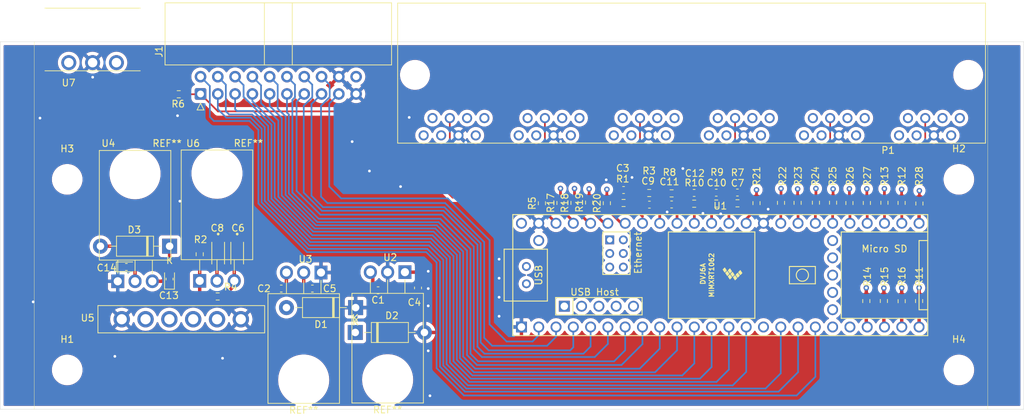
<source format=kicad_pcb>
(kicad_pcb (version 20211014) (generator pcbnew)
  (title_block (date "2021-07-27") (rev "v01") (comment 1 "JQI") (comment 2 "dbowman3@terpmail.umd.edu") (comment 3 "Deven Bowman") (comment 4 "Teensy 4.1 Board"))
  (layers (0 "F.Cu" signal) (1 "In1.Cu" signal) (2 "In2.Cu" signal) (31 "B.Cu" signal) (34 "B.Paste" user) (35 "F.Paste" user) (36 "B.SilkS" user "B.Silkscreen") (37 "F.SilkS" user "F.Silkscreen") (38 "B.Mask" user) (39 "F.Mask" user) (44 "Edge.Cuts" user))
  (net 0 "")
  (net 1 "V+")
  (net 2 "GND")
  (net 3 "V-")
  (net 4 "Vbias")
  (net 5 "Vin+")
  (net 6 "Vin-")
  (net 7 "Vinbias")
  (net 8 "Vout_1")
  (net 10 "Vout_2")
  (net 11 "Vout_3")
  (net 12 "Vout_6")
  (net 13 "Vout_5")
  (net 14 "Vout_4")
  (net 15 "Net-(R2-Pad2)")
  (net 16 "D1")
  (net 17 "D2")
  (net 18 "D3")
  (net 19 "D4")
  (net 20 "D5")
  (net 21 "D6")
  (net 22 "D7")
  (net 23 "D8")
  (net 24 "D9")
  (net 25 "D10")
  (net 26 "D11")
  (net 27 "D12")
  (net 28 "D13")
  (net 29 "D14")
  (net 30 "D15")
  (net 31 "D16")
  (net 32 "D17")
  (net 33 "-12V")
  (net 34 "C0")
  (net 35 "C1")
  (net 36 "C2")
  (net 37 "Net-(R11-Pad1)")
  (net 38 "Net-(R12-Pad1)")
  (net 39 "Net-(R13-Pad1)")
  (net 40 "Net-(R5-Pad1)")
  (net 41 "12V")
  (net 42 "C17")
  (net 43 "C16")
  (net 44 "C15")
  (net 45 "C12")
  (net 46 "C14")
  (net 47 "C13")
  (net 48 "C9")
  (net 49 "C11")
  (net 50 "C10")
  (net 51 "C7")
  (net 52 "C8")
  (net 53 "C6")
  (net 54 "C3")
  (net 55 "C4")
  (net 56 "C5")
  (net 57 "Net-(R14-Pad1)")
  (net 58 "Net-(R15-Pad1)")
  (net 59 "Net-(R16-Pad1)")
  (net 60 "Net-(R17-Pad1)")
  (net 61 "Net-(R18-Pad1)")
  (net 62 "Net-(R19-Pad1)")
  (net 63 "Net-(R20-Pad1)")
  (net 64 "Net-(R21-Pad1)")
  (net 65 "Net-(R22-Pad1)")
  (net 66 "Net-(R23-Pad1)")
  (net 67 "Net-(R24-Pad1)")
  (net 68 "Net-(R25-Pad1)")
  (net 69 "Net-(R26-Pad1)")
  (net 70 "Net-(R27-Pad1)")
  (net 71 "Net-(R28-Pad1)")
  (footprint "Resistor_SMD:R_0603_1608Metric" (layer "F.Cu") (at 140.3858 85.4964 180)
    (fp_text reference "R6")
    (fp_text value "10K")
  )
  (footprint "Resistor_SMD:R_0603_1608Metric" (layer "F.Cu") (at 222.474 101.518)
    (fp_text reference "R7")
    (fp_text value "230")
  )
  (footprint "Resistor_SMD:R_0603_1608Metric" (layer "F.Cu") (at 209.506 100.008)
    (fp_text reference "R3")
    (fp_text value "230")
  )
  (footprint "Capacitor_SMD:C_0603_1608Metric" (layer "F.Cu") (at 216.104 99.988)
    (fp_text reference "C12")
    (fp_text value "0.1uF")
  )
  (footprint "Capacitor_SMD:C_0603_1608Metric" (layer "F.Cu") (at 212.798 101.688 180)
    (fp_text reference "C11")
    (fp_text value "0.1uF")
  )
  (footprint "Capacitor_SMD:C_0603_1608Metric" (layer "F.Cu") (at 219.356 99.958 180)
    (fp_text reference "C10")
    (fp_text value "0.1uF")
  )
  (footprint "Capacitor_SMD:C_0603_1608Metric" (layer "F.Cu") (at 209.536 101.718 180)
    (fp_text reference "C9")
    (fp_text value "0.1uF")
  )
  (footprint "Capacitor_SMD:C_0603_1608Metric" (layer "F.Cu") (at 222.464 99.938 180)
    (fp_text reference "C7")
    (fp_text value "0.1uF")
  )
  (footprint "Capacitor_SMD:C_0603_1608Metric" (layer "F.Cu") (at 205.74 99.568)
    (fp_text reference "C3")
    (fp_text value "0.1uF")
  )
  (footprint "Resistor_SMD:R_0603_1608Metric" (layer "F.Cu") (at 216.114 101.578 180)
    (fp_text reference "R10")
    (fp_text value "230")
  )
  (footprint "Resistor_SMD:R_0603_1608Metric" (layer "F.Cu") (at 219.356 101.558)
    (fp_text reference "R9")
    (fp_text value "230")
  )
  (footprint "Capacitor_Tantalum_SMD:CPol_0603_1608Metric" (layer "F.Cu") (at 139.042 112.646 90)
    (fp_text reference "C13")
    (fp_text value "1 uF")
  )
  (footprint "Capacitor_Tantalum_SMD:CPol_0603_1608Metric" (layer "F.Cu") (at 132.692 110.868)
    (fp_text reference "C14")
    (fp_text value "2.2uF")
  )
  (footprint "Connector_IDC:IDC-Header_2x10_P2.54mm_Horizontal" (layer "F.Cu") (at 143.5862 85.4535 90)
    (fp_text reference "J1")
    (fp_text value "SBH11-PBPC-D10-RA-BK")
  )
  (footprint "Diode_THT:D_DO-41_SOD81_P10.16mm_Horizontal" (layer "F.Cu") (at 139.042 107.82 180)
    (fp_text reference "D3")
    (fp_text value "1N4001")
  )
  (footprint "EBSA-03-A:EBSA-03-A" (layer "F.Cu") (at 127.73 80.85)
    (fp_text reference "U7")
    (fp_text value "EBSA-03-A")
  )
  (footprint "MountingHole:MountingHole_3.5mm" (layer "F.Cu") (at 124 126)
    (fp_text reference "H1")
    (fp_text value "MountingHole")
  )
  (footprint "MountingHole:MountingHole_3.5mm" (layer "F.Cu") (at 255 98)
    (fp_text reference "H2")
    (fp_text value "MountingHole")
  )
  (footprint "MountingHole:MountingHole_3.5mm" (layer "F.Cu") (at 124 98)
    (fp_text reference "H3")
    (fp_text value "MountingHole")
  )
  (footprint "MountingHole:MountingHole_3.5mm" (layer "F.Cu") (at 255 126)
    (fp_text reference "H4")
    (fp_text value "MountingHole")
  )
  (footprint "6Pos 3.5mmPitch:6Pos 3.5mmPitch" (layer "F.Cu") (at 140.76 118.55)
    (fp_text reference "U5")
    (fp_text value "6Pos3.5mmPitch")
  )
  (footprint "teensy:Teensy41" (layer "F.Cu") (at 219.944 112.07)
    (fp_text reference "U1")
    (fp_text value "Teensy4.1")
  )
  (footprint "TO-220F-3_UnderBoardMount:TO-220F-3_UnderBoardMount" (layer "F.Cu") (at 159.512 121.158 180)
    (fp_text reference "U3")
    (fp_text value "L7905")
  )
  (footprint "TO-220F-3_UnderBoardMount:TO-220F-3_UnderBoardMount" (layer "F.Cu") (at 133.2 103.502)
    (fp_text reference "U4")
    (fp_text value "LM7912_TO220")
  )
  (footprint "TO-220F-3_UnderBoardMount:TO-220F-3_UnderBoardMount" (layer "F.Cu") (at 145.236 103.438)
    (fp_text reference "U6")
    (fp_text value "LM337_TO220")
  )
  (footprint "Resistor_SMD:R_0603_1608Metric" (layer "F.Cu") (at 193.74 101.51 90)
    (fp_text reference "R5")
    (fp_text value "10K")
  )
  (footprint "Resistor_SMD:R_0603_1608Metric" (layer "F.Cu") (at 205.74 101.47 180)
    (fp_text reference "R1")
    (fp_text value "230")
  )
  (footprint "5558501-1 Connector:5558501-1" (layer "F.Cu") (at 258.91 92.68 180)
    (fp_text reference "P1")
    (fp_text value "5558501-1")
  )
  (footprint "Diode_THT:D_DO-41_SOD81_P10.16mm_Horizontal" (layer "F.Cu") (at 166.32 120.494)
    (fp_text reference "D2")
    (fp_text value "1N4001")
  )
  (footprint "Capacitor_SMD:C_0603_1608Metric" (layer "F.Cu") (at 169.672 114.3 180)
    (fp_text reference "C1")
    (fp_text value "0.1uF")
  )
  (footprint "Capacitor_SMD:C_0603_1608Metric" (layer "F.Cu") (at 155.448 114.046 180)
    (fp_text reference "C2")
    (fp_text value "1uF")
  )
  (footprint "Capacitor_SMD:C_0603_1608Metric" (layer "F.Cu") (at 160.02 114.046)
    (fp_text reference "C5")
    (fp_text value "2.2uF")
  )
  (footprint "Resistor_SMD:R_0603_1608Metric" (layer "F.Cu") (at 146.10842 115.20678)
    (fp_text reference "R4")
    (fp_text value "120")
  )
  (footprint "Resistor_SMD:R_0603_1608Metric" (layer "F.Cu") (at 143.46682 109.00156 -90)
    (fp_text reference "R2")
    (fp_text value "360")
  )
  (footprint "T491A105K020AT:CAPMP3216X180N" (layer "F.Cu") (at 146.178 108.836 -90)
    (fp_text reference "C8")
    (fp_text value "T491A105K020AT")
  )
  (footprint "T491A105K020AT:CAPMP3216X180N" (layer "F.Cu") (at 148.972 108.836 -90)
    (fp_text reference "C6")
    (fp_text value "T491A105K020AT")
  )
  (footprint "Resistor_SMD:R_0603_1608Metric" (layer "F.Cu") (at 241.4 115.88 90)
    (fp_text reference "R14")
    (fp_text value "200")
  )
  (footprint "Resistor_SMD:R_0603_1608Metric" (layer "F.Cu") (at 243.98 115.87 90)
    (fp_text reference "R15")
    (fp_text value "200")
  )
  (footprint "Resistor_SMD:R_0603_1608Metric" (layer "F.Cu") (at 246.6 115.9 90)
    (fp_text reference "R16")
    (fp_text value "200")
  )
  (footprint "Resistor_SMD:R_0603_1608Metric" (layer "F.Cu") (at 196.47 101.47 90)
    (fp_text reference "R17")
    (fp_text value "200")
  )
  (footprint "Resistor_SMD:R_0603_1608Metric" (layer "F.Cu") (at 198.53 101.46 90)
    (fp_text reference "R18")
    (fp_text value "200")
  )
  (footprint "Resistor_SMD:R_0603_1608Metric" (layer "F.Cu") (at 200.68 101.41 90)
    (fp_text reference "R19")
    (fp_text value "200")
  )
  (footprint "Resistor_SMD:R_0603_1608Metric" (layer "F.Cu") (at 225.27 101.49 90)
    (fp_text reference "R21")
    (fp_text value "200")
  )
  (footprint "Resistor_SMD:R_0603_1608Metric" (layer "F.Cu") (at 228.87 101.45 90)
    (fp_text reference "R22")
    (fp_text value "200")
  )
  (footprint "Resistor_SMD:R_0603_1608Metric" (layer "F.Cu") (at 231.31 101.45 90)
    (fp_text reference "R23")
    (fp_text value "200")
  )
  (footprint "Resistor_SMD:R_0603_1608Metric" (layer "F.Cu") (at 234 101.43 90)
    (fp_text reference "R24")
    (fp_text value "200")
  )
  (footprint "Resistor_SMD:R_0603_1608Metric" (layer "F.Cu") (at 236.52 101.43 90)
    (fp_text reference "R25")
    (fp_text value "200")
  )
  (footprint "Resistor_SMD:R_0603_1608Metric" (layer "F.Cu") (at 238.92 101.48 90)
    (fp_text reference "R26")
    (fp_text value "200")
  )
  (footprint "Resistor_SMD:R_0603_1608Metric" (layer "F.Cu") (at 241.48 101.47 90)
    (fp_text reference "R27")
    (fp_text value "200")
  )
  (footprint "Resistor_SMD:R_0603_1608Metric" (layer "F.Cu") (at 249.2 101.55 90)
    (fp_text reference "R28")
    (fp_text value "200")
  )
  (footprint "Resistor_SMD:R_0603_1608Metric" (layer "F.Cu") (at 203.28 101.5 90)
    (fp_text reference "R20")
    (fp_text value "200")
  )
  (footprint "Resistor_SMD:R_0603_1608Metric" (layer "F.Cu") (at 246.59 101.46 90)
    (fp_text reference "R12")
    (fp_text value "200")
  )
  (footprint "Resistor_SMD:R_0603_1608Metric" (layer "F.Cu") (at 244.06 101.44 90)
    (fp_text reference "R13")
    (fp_text value "200")
  )
  (footprint "Resistor_SMD:R_0603_1608Metric" (layer "F.Cu") (at 249.16 115.88 90)
    (fp_text reference "R11")
    (fp_text value "200")
  )
  (footprint "Capacitor_SMD:C_0603_1608Metric" (layer "F.Cu") (at 175.542 113.95 90)
    (fp_text reference "C4")
    (fp_text value "0.33uF")
  )
  (footprint "Resistor_SMD:R_0603_1608Metric" (layer "F.Cu") (at 212.798 100.058)
    (fp_text reference "R8")
    (fp_text value "230")
  )
  (footprint "Diode_THT:D_DO-41_SOD81_P10.16mm_Horizontal" (layer "F.Cu") (at 166.37 116.84 180)
    (fp_text reference "D1")
    (fp_text value "1N4001")
  )
  (footprint "TO-220F-3_UnderBoardMount:TO-220F-3_UnderBoardMount" (layer "F.Cu") (at 171.844 121.106 180)
    (fp_text reference "U2")
    (fp_text value "L7805")
  )
  (gr_line (start 259.23 77.78) (end 259.23 131.78) (layer "F.SilkS") (width 0.05))
  (gr_line (start 119.15 131.78) (end 119.15 77.78) (layer "F.SilkS") (width 0.05))
  (gr_line (start 264.55 77.78) (end 264.55 131.78) (layer "Edge.Cuts") (width 0.05))
  (gr_line (start 114.15 131.78) (end 114.15 77.78) (layer "Edge.Cuts") (width 0.05))
  (gr_line (start 114.15 77.78) (end 264.55 77.78) (layer "Edge.Cuts") (width 0.05))
  (gr_line (start 264.55 131.78) (end 114.15 131.78) (layer "Edge.Cuts") (width 0.05))
  (segment (start 168.897 111.99442) (end 168.53692 111.63434) (width 0.5) (layer "F.Cu") (net 1))
  (segment (start 168.897 114.3) (end 168.897 111.99442) (width 0.5) (layer "F.Cu") (net 1))
  (via (at 120 89) (size 0.8) (drill 0.4) (layers "F.Cu" "B.Cu") (net 2))
  (via (at 174.244 88.9) (size 0.8) (drill 0.4) (layers "F.Cu" "B.Cu") (net 2))
  (via (at 217.4 102.99) (size 0.8) (drill 0.4) (layers "F.Cu" "B.Cu") (net 2))
  (via (at 187.452 112.522) (size 0.8) (drill 0.4) (layers "F.Cu" "B.Cu") (net 2))
  (via (at 177.038 123.19) (size 0.8) (drill 0.4) (layers "F.Cu" "B.Cu") (net 2))
  (via (at 127.74 82.99) (size 0.8) (drill 0.4) (layers "F.Cu" "B.Cu") (net 2))
  (via (at 203.19 98.07) (size 0.8) (drill 0.4) (layers "F.Cu" "B.Cu") (net 2))
  (via (at 226.98 102.38) (size 0.8) (drill 0.4) (layers "F.Cu" "B.Cu") (net 2))
  (via (at 212.14 102.79) (size 0.8) (drill 0.4) (layers "F.Cu" "B.Cu") (net 2))
  (via (at 187.452 118.11) (size 0.8) (drill 0.4) (layers "F.Cu" "B.Cu") (net 2))
  (via (at 140.208 88.646) (size 0.8) (drill 0.4) (layers "F.Cu" "B.Cu") (net 2))
  (via (at 182.56 92.56) (size 0.8) (drill 0.4) (layers "F.Cu" "B.Cu") (net 2))
  (via (at 146.82 124.28) (size 0.8) (drill 0.4) (layers "F.Cu" "B.Cu") (net 2))
  (via (at 131 124) (size 0.8) (drill 0.4) (layers "F.Cu" "B.Cu") (net 2))
  (via (at 168.402 96.774) (size 0.8) (drill 0.4) (layers "F.Cu" "B.Cu") (net 2))
  (via (at 177.292 129.794) (size 0.8) (drill 0.4) (layers "F.Cu" "B.Cu") (net 2))
  (via (at 177.038 114.046) (size 0.8) (drill 0.4) (layers "F.Cu" "B.Cu") (net 2))
  (via (at 172.974 99.06) (size 0.8) (drill 0.4) (layers "F.Cu" "B.Cu") (net 2))
  (via (at 214.45 96.41) (size 0.8) (drill 0.4) (layers "F.Cu" "B.Cu") (net 2))
  (via (at 140.552 101.204) (size 0.8) (drill 0.4) (layers "F.Cu" "B.Cu") (net 2))
  (via (at 206.98 97.72) (size 0.8) (drill 0.4) (layers "F.Cu" "B.Cu") (net 2))
  (via (at 165.862 92.456) (size 0.8) (drill 0.4) (layers "F.Cu" "B.Cu") (net 2))
  (via (at 220.0148 103.06812) (size 0.8) (drill 0.4) (layers "F.Cu" "B.Cu") (net 2))
  (via (at 187.452 115.316) (size 0.8) (drill 0.4) (layers "F.Cu" "B.Cu") (net 2))
  (via (at 177.038 111.506) (size 0.8) (drill 0.4) (layers "F.Cu" "B.Cu") (net 2))
  (via (at 187.452 109.728) (size 0.8) (drill 0.4) (layers "F.Cu" "B.Cu") (net 2))
  (via (at 177.038 116.586) (size 0.8) (drill 0.4) (layers "F.Cu" "B.Cu") (net 2))
  (via (at 196.49 92.41) (size 0.8) (drill 0.4) (layers "F.Cu" "B.Cu") (net 2))
  (via (at 119 116) (size 0.8) (drill 0.4) (layers "F.Cu" "B.Cu") (net 2))
  (segment (start 156.20492 111.68634) (end 156.20492 114.02792) (width 0.5) (layer "F.Cu") (net 3))
  (segment (start 156.20492 114.02792) (end 156.223 114.046) (width 0.5) (layer "F.Cu") (net 3))
  (segment (start 148.54308 112.90966) (end 148.54308 110.61492) (width 0.5) (layer "F.Cu") (net 4))
  (segment (start 148.54308 110.61492) (end 148.972 110.186) (width 0.5) (layer "F.Cu") (net 4))
  (segment (start 148.54308 113.59712) (end 146.93342 115.20678) (width 0.5) (layer "F.Cu") (net 4))
  (segment (start 148.54308 112.90966) (end 148.54308 113.59712) (width 0.5) (layer "F.Cu") (net 4))
  (segment (start 175.30634 111.63434) (end 175.542 111.87) (width 0.5) (layer "F.Cu") (net 5))
  (segment (start 175.542 111.87) (end 175.542 113.175) (width 0.5) (layer "F.Cu") (net 5))
  (segment (start 173.61692 111.63434) (end 175.30634 111.63434) (width 0.5) (layer "F.Cu") (net 5))
  (segment (start 158.74492 111.68634) (end 158.74492 113.54592) (width 0.5) (layer "F.Cu") (net 6))
  (segment (start 158.74492 113.54592) (end 159.245 114.046) (width 0.5) (layer "F.Cu") (net 6))
  (segment (start 133.467 110.868) (end 133.467 109.957) (width 0.5) (layer "F.Cu") (net 6))
  (segment (start 133.96708 112.97366) (end 133.96708 111.36808) (width 0.5) (layer "F.Cu") (net 6))
  (segment (start 133.96708 111.36808) (end 133.467 110.868) (width 0.5) (layer "F.Cu") (net 6))
  (segment (start 133.467 109.957) (end 131.33 107.82) (width 0.5) (layer "F.Cu") (net 6))
  (segment (start 131.33 107.82) (end 128.882 107.82) (width 0.5) (layer "F.Cu") (net 6))
  (segment (start 146.00308 112.90966) (end 146.00308 110.36092) (width 0.5) (layer "F.Cu") (net 7))
  (segment (start 146.00308 110.36092) (end 146.178 110.186) (width 0.5) (layer "F.Cu") (net 7))
  (segment (start 221.649 101.518) (end 221.649 99.978) (width 0.4) (layer "F.Cu") (net 8))
  (segment (start 250.061 92.769) (end 250.061 89) (width 0.25) (layer "F.Cu") (net 8))
  (segment (start 221.689 99.938) (end 221.689 98.621) (width 0.25) (layer "F.Cu") (net 8))
  (segment (start 247.21 95.62) (end 250.061 92.769) (width 0.25) (layer "F.Cu") (net 8))
  (segment (start 221.214 104.45) (end 221.214 101.953) (width 0.4) (layer "F.Cu") (net 8))
  (segment (start 221.214 101.953) (end 221.649 101.518) (width 0.25) (layer "F.Cu") (net 8))
  (segment (start 221.649 99.978) (end 221.689 99.938) (width 0.25) (layer "F.Cu") (net 8))
  (segment (start 221.689 98.621) (end 224.69 95.62) (width 0.25) (layer "F.Cu") (net 8))
  (segment (start 224.69 95.62) (end 247.21 95.62) (width 0.25) (layer "F.Cu") (net 8))
  (segment (start 218.581 98.889) (end 223.36 94.11) (width 0.25) (layer "F.Cu") (net 10))
  (segment (start 223.36 94.11) (end 234.53 94.11) (width 0.25) (layer "F.Cu") (net 10))
  (segment (start 218.531 101.558) (end 218.531 100.008) (width 0.4) (layer "F.Cu") (net 10))
  (segment (start 218.674 101.701) (end 218.531 101.558) (width 0.25) (layer "F.Cu") (net 10))
  (segment (start 218.581 99.958) (end 218.581 98.889) (width 0.25) (layer "F.Cu") (net 10))
  (segment (start 234.53 94.11) (end 236.091 92.549) (width 0.25) (layer "F.Cu") (net 10))
  (segment (start 218.674 104.45) (end 218.674 101.701) (width 0.4) (layer "F.Cu") (net 10))
  (segment (start 236.091 92.549) (end 236.091 89) (width 0.25) (layer "F.Cu") (net 10))
  (segment (start 218.531 100.008) (end 218.581 99.958) (width 0.25) (layer "F.Cu") (net 10))
  (segment (start 216.134 102.423) (end 215.289 101.578) (width 0.25) (layer "F.Cu") (net 11))
  (segment (start 220.45 94.32) (end 222.121 92.649) (width 0.25) (layer "F.Cu") (net 11))
  (segment (start 222.121 92.649) (end 222.121 89) (width 0.25) (layer "F.Cu") (net 11))
  (segment (start 219.76 94.32) (end 220.45 94.32) (width 0.25) (layer "F.Cu") (net 11))
  (segment (start 215.289 101.578) (end 215.289 100.028) (width 0.4) (layer "F.Cu") (net 11))
  (segment (start 215.289 100.028) (end 215.329 99.988) (width 0.25) (layer "F.Cu") (net 11))
  (segment (start 215.329 99.988) (end 215.329 98.751) (width 0.25) (layer "F.Cu") (net 11))
  (segment (start 216.134 104.45) (end 216.134 102.423) (width 0.4) (layer "F.Cu") (net 11))
  (segment (start 215.329 98.751) (end 219.76 94.32) (width 0.25) (layer "F.Cu") (net 11))
  (segment (start 208.514 103.419) (end 206.565 101.47) (width 0.4) (layer "F.Cu") (net 12))
  (segment (start 208.514 104.45) (end 208.514 103.419) (width 0.25) (layer "F.Cu") (net 12))
  (segment (start 206.515 98.905) (end 204.57 96.96) (width 0.25) (layer "F.Cu") (net 12))
  (segment (start 206.565 101.47) (end 206.565 99.618) (width 0.4) (layer "F.Cu") (net 12))
  (segment (start 206.515 99.568) (end 206.515 98.905) (width 0.25) (layer "F.Cu") (net 12))
  (segment (start 180.211 92.811) (end 180.211 89) (width 0.25) (layer "F.Cu") (net 12))
  (segment (start 206.565 99.618) (end 206.515 99.568) (width 0.25) (layer "F.Cu") (net 12))
  (segment (start 204.57 96.96) (end 184.36 96.96) (width 0.25) (layer "F.Cu") (net 12))
  (segment (start 184.36 96.96) (end 180.211 92.811) (width 0.25) (layer "F.Cu") (net 12))
  (segment (start 210.311 101.718) (end 210.311 100.028) (width 0.4) (layer "F.Cu") (net 13))
  (segment (start 211.054 104.45) (end 211.054 102.461) (width 0.4) (layer "F.Cu") (net 13))
  (segment (start 197 95.9) (end 194.181 93.081) (width 0.25) (layer "F.Cu") (net 13))
  (segment (start 194.181 93.081) (end 194.181 89) (width 0.25) (layer "F.Cu") (net 13))
  (segment (start 211.054 102.461) (end 210.311 101.718) (width 0.25) (layer "F.Cu") (net 13))
  (segment (start 210.331 100.008) (end 210.331 98.391) (width 0.25) (layer "F.Cu") (net 13))
  (segment (start 207.84 95.9) (end 197 95.9) (width 0.25) (layer "F.Cu") (net 13))
  (segment (start 210.331 98.391) (end 207.84 95.9) (width 0.25) (layer "F.Cu") (net 13))
  (segment (start 210.311 100.028) (end 210.331 100.008) (width 0.25) (layer "F.Cu") (net 13))
  (segment (start 209.19 93.32) (end 208.151 92.281) (width 0.25) (layer "F.Cu") (net 14))
  (segment (start 213.623 98.713) (end 209.19 94.28) (width 0.25) (layer "F.Cu") (net 14))
  (segment (start 213.573 101.688) (end 213.573 100.108) (width 0.4) (layer "F.Cu") (net 14))
  (segment (start 208.151 92.281) (end 208.151 89) (width 0.25) (layer "F.Cu") (net 14))
  (segment (start 213.594 101.709) (end 213.573 101.688) (width 0.25) (layer "F.Cu") (net 14))
  (segment (start 209.19 94.28) (end 209.19 93.32) (width 0.25) (layer "F.Cu") (net 14))
  (segment (start 213.573 100.108) (end 213.623 100.058) (width 0.25) (layer "F.Cu") (net 14))
  (segment (start 213.623 100.058) (end 213.623 98.713) (width 0.25) (layer "F.Cu") (net 14))
  (segment (start 213.594 104.45) (end 213.594 101.709) (width 0.4) (layer "F.Cu") (net 14))
  (segment (start 143.46308 109.8303) (end 143.46682 109.82656) (width 0.5) (layer "F.Cu") (net 15))
  (segment (start 144.09928 115.20678) (end 145.28342 115.20678) (width 0.5) (layer "F.Cu") (net 15))
  (segment (start 143.46308 114.57058) (end 144.09928 115.20678) (width 0.5) (layer "F.Cu") (net 15))
  (segment (start 143.46308 112.90966) (end 143.46308 109.8303) (width 0.5) (layer "F.Cu") (net 15))
  (segment (start 143.46308 112.90966) (end 143.46308 114.57058) (width 0.5) (layer "F.Cu") (net 15))
  (segment (start 167.9448 88.011) (end 146.1437 88.011) (width 0.25) (layer "F.Cu") (net 16))
  (segment (start 180.6188 100.685) (end 167.9448 88.011) (width 0.25) (layer "F.Cu") (net 16))
  (segment (start 141.2108 85.4964) (end 143.5433 85.4964) (width 0.25) (layer "F.Cu") (net 16))
  (segment (start 146.1437 88.011) (end 143.5862 85.4535) (width 0.25) (layer "F.Cu") (net 16))
  (segment (start 143.5433 85.4964) (end 143.5862 85.4535) (width 0.25) (layer "F.Cu") (net 16))
  (segment (start 193.74 100.685) (end 180.6188 100.685) (width 0.25) (layer "F.Cu") (net 16))
  (segment (start 178.27 110.22) (end 176.74 108.69) (width 0.25) (layer "B.Cu") (net 17))
  (segment (start 150.78 89.43) (end 145.550207 89.43) (width 0.25) (layer "B.Cu") (net 17))
  (segment (start 233.914 127.006) (end 231.17 129.75) (width 0.25) (layer "B.Cu") (net 17))
  (segment (start 182.28 129.75) (end 178.27 125.74) (width 0.25) (layer "B.Cu") (net 17))
  (segment (start 159.22 108.69) (end 152.09 101.56) (width 0.25) (layer "B.Cu") (net 17))
  (segment (start 176.74 108.69) (end 159.22 108.69) (width 0.25) (layer "B.Cu") (net 17))
  (segment (start 178.27 125.74) (end 178.27 110.22) (width 0.25) (layer "B.Cu") (net 17))
  (segment (start 233.914 119.69) (end 233.914 127.006) (width 0.25) (layer "B.Cu") (net 17))
  (segment (start 231.17 129.75) (end 182.28 129.75) (width 0.25) (layer "B.Cu") (net 17))
  (segment (start 152.09 90.74) (end 150.78 89.43) (width 0.25) (layer "B.Cu") (net 17))
  (segment (start 152.09 101.56) (end 152.09 90.74) (width 0.25) (layer "B.Cu") (net 17))
  (segment (start 144.951689 84.278989) (end 143.5862 82.9135) (width 0.25) (layer "B.Cu") (net 17))
  (segment (start 144.951689 88.831482) (end 144.951689 84.278989) (width 0.25) (layer "B.Cu") (net 17))
  (segment (start 145.550207 89.43) (end 144.951689 88.831482) (width 0.25) (layer "B.Cu") (net 17))
  (segment (start 150.95 88.94) (end 147.38 88.94) (width 0.25) (layer "B.Cu") (net 18))
  (segment (start 228.51 129.19) (end 182.44 129.19) (width 0.25) (layer "B.Cu") (net 18))
  (segment (start 146.1262 87.6862) (end 146.1262 85.4535) (width 0.25) (layer "B.Cu") (net 18))
  (segment (start 231.374 119.69) (end 231.374 126.326) (width 0.25) (layer "B.Cu") (net 18))
  (segment (start 182.44 129.19) (end 178.77 125.52) (width 0.25) (layer "B.Cu") (net 18))
  (segment (start 147.38 88.94) (end 146.1262 87.6862) (width 0.25) (layer "B.Cu") (net 18))
  (segment (start 176.9 108.21) (end 159.41 108.21) (width 0.25) (layer "B.Cu") (net 18))
  (segment (start 152.57 101.37) (end 152.57 90.56) (width 0.25) (layer "B.Cu") (net 18))
  (segment (start 178.77 125.52) (end 178.77 110.08) (width 0.25) (layer "B.Cu") (net 18))
  (segment (start 231.374 126.326) (end 228.51 129.19) (width 0.25) (layer "B.Cu") (net 18))
  (segment (start 178.77 110.08) (end 176.9 108.21) (width 0.25) (layer "B.Cu") (net 18))
  (segment (start 152.57 90.56) (end 150.95 88.94) (width 0.25) (layer "B.Cu") (net 18))
  (segment (start 159.41 108.21) (end 152.57 101.37) (width 0.25) (layer "B.Cu") (net 18))
  (segment (start 182.63 128.73) (end 179.25 125.35) (width 0.25) (layer "B.Cu") (net 19))
  (segment (start 153.02 101.17) (end 153.02 90.33) (width 0.25) (layer "B.Cu") (net 19))
  (segment (start 177.15 107.71) (end 159.56 107.71) (width 0.25) (layer "B.Cu") (net 19))
  (segment (start 147.78 88.47) (end 147.300711 87.990711) (width 0.25) (layer "B.Cu") (net 19))
  (segment (start 226.6 128.73) (end 182.63 128.73) (width 0.25) (layer "B.Cu") (net 19))
  (segment (start 147.300711 87.990711) (end 147.300711 84.088011) (width 0.25) (layer "B.Cu") (net 19))
  (segment (start 147.300711 84.088011) (end 146.1262 82.9135) (width 0.25) (layer "B.Cu") (net 19))
  (segment (start 228.834 119.69) (end 228.834 126.496) (width 0.25) (layer "B.Cu") (net 19))
  (segment (start 151.16 88.47) (end 147.78 88.47) (width 0.25) (layer "B.Cu") (net 19))
  (segment (start 179.25 109.81) (end 177.15 107.71) (width 0.25) (layer "B.Cu") (net 19))
  (segment (start 159.56 107.71) (end 153.02 101.17) (width 0.25) (layer "B.Cu") (net 19))
  (segment (start 153.02 90.33) (end 151.16 88.47) (width 0.25) (layer "B.Cu") (net 19))
  (segment (start 228.834 126.496) (end 226.6 128.73) (width 0.25) (layer "B.Cu") (net 19))
  (segment (start 179.25 125.35) (end 179.25 109.81) (width 0.25) (layer "B.Cu") (net 19))
  (segment (start 148.94 87.96) (end 148.6662 87.6862) (width 0.25) (layer "B.Cu") (net 20))
  (segment (start 151.33 87.96) (end 148.94 87.96) (width 0.25) (layer "B.Cu") (net 20))
  (segment (start 177.31 107.21) (end 159.7 107.21) (width 0.25) (layer "B.Cu") (net 20))
  (segment (start 179.74 109.64) (end 177.31 107.21) (width 0.25) (layer "B.Cu") (net 20))
  (segment (start 159.7 107.21) (end 153.53 101.04) (width 0.25) (layer "B.Cu") (net 20))
  (segment (start 148.6662 87.6862) (end 148.6662 85.4535) (width 0.25) (layer "B.Cu") (net 20))
  (segment (start 223.754 126.286) (end 221.77 128.27) (width 0.25) (layer "B.Cu") (net 20))
  (segment (start 221.77 128.27) (end 182.86 128.27) (width 0.25) (layer "B.Cu") (net 20))
  (segment (start 153.53 90.16) (end 151.33 87.96) (width 0.25) (layer "B.Cu") (net 20))
  (segment (start 179.74 125.15) (end 179.74 109.64) (width 0.25) (layer "B.Cu") (net 20))
  (segment (start 223.754 119.69) (end 223.754 126.286) (width 0.25) (layer "B.Cu") (net 20))
  (segment (start 153.53 101.04) (end 153.53 90.16) (width 0.25) (layer "B.Cu") (net 20))
  (segment (start 182.86 128.27) (end 179.74 125.15) (width 0.25) (layer "B.Cu") (net 20))
  (segment (start 177.48 106.71) (end 159.86 106.71) (width 0.25) (layer "B.Cu") (net 21))
  (segment (start 219.39 127.76) (end 183.07 127.76) (width 0.25) (layer "B.Cu") (net 21))
  (segment (start 221.214 125.936) (end 219.39 127.76) (width 0.25) (layer "B.Cu") (net 21))
  (segment (start 180.23 124.92) (end 180.23 109.46) (width 0.25) (layer "B.Cu") (net 21))
  (segment (start 221.214 119.69) (end 221.214 125.936) (width 0.25) (layer "B.Cu") (net 21))
  (segment (start 149.9108 84.1581) (end 148.6662 82.9135) (width 0.25) (layer "B.Cu") (net 21))
  (segment (start 159.86 106.71) (end 154.01 100.86) (width 0.25) (layer "B.Cu") (net 21))
  (segment (start 149.9108 85.8708) (end 149.9108 84.1581) (width 0.25) (layer "B.Cu") (net 21))
  (segment (start 180.23 109.46) (end 177.48 106.71) (width 0.25) (layer "B.Cu") (net 21))
  (segment (start 154.01 89.97) (end 149.9108 85.8708) (width 0.25) (layer "B.Cu") (net 21))
  (segment (start 183.07 127.76) (end 180.23 124.92) (width 0.25) (layer "B.Cu") (net 21))
  (segment (start 154.01 100.86) (end 154.01 89.97) (width 0.25) (layer "B.Cu") (net 21))
  (segment (start 154.455718 89.78) (end 151.2062 86.530482) (width 0.25) (layer "B.Cu") (net 22))
  (segment (start 154.48 100.67) (end 154.48 89.78) (width 0.25) (layer "B.Cu") (net 22))
  (segment (start 177.67 106.21) (end 160.02 106.21) (width 0.25) (layer "B.Cu") (net 22))
  (segment (start 218.674 119.69) (end 218.674 125.566) (width 0.25) (layer "B.Cu") (net 22))
  (segment (start 183.3 127.28) (end 180.75 124.73) (width 0.25) (layer "B.Cu") (net 22))
  (segment (start 154.48 89.78) (end 154.455718 89.78) (width 0.25) (layer "B.Cu") (net 22))
  (segment (start 180.75 109.29) (end 177.67 106.21) (width 0.25) (layer "B.Cu") (net 22))
  (segment (start 216.96 127.28) (end 183.3 127.28) (width 0.25) (layer "B.Cu") (net 22))
  (segment (start 151.2062 86.530482) (end 151.2062 85.4535) (width 0.25) (layer "B.Cu") (net 22))
  (segment (start 160.02 106.21) (end 154.48 100.67) (width 0.25) (layer "B.Cu") (net 22))
  (segment (start 180.75 124.73) (end 180.75 109.29) (width 0.25) (layer "B.Cu") (net 22))
  (segment (start 218.674 125.566) (end 216.96 127.28) (width 0.25) (layer "B.Cu") (net 22))
  (segment (start 183.53 126.81) (end 181.25 124.53) (width 0.25) (layer "B.Cu") (net 23))
  (segment (start 155.02 89.361) (end 152.4762 86.8172) (width 0.25) (layer "B.Cu") (net 23))
  (segment (start 181.25 124.53) (end 181.25 109.1) (width 0.25) (layer "B.Cu") (net 23))
  (segment (start 214.36 126.81) (end 183.53 126.81) (width 0.25) (layer "B.Cu") (net 23))
  (segment (start 181.25 109.1) (end 177.83 105.68) (width 0.25) (layer "B.Cu") (net 23))
  (segment (start 152.4762 84.1835) (end 151.2062 82.9135) (width 0.25) (layer "B.Cu") (net 23))
  (segment (start 152.4762 86.8172) (end 152.4762 84.1835) (width 0.25) (layer "B.Cu") (net 23))
  (segment (start 160.15 105.68) (end 155.02 100.55) (width 0.25) (layer "B.Cu") (net 23))
  (segment (start 216.134 125.036) (end 214.36 126.81) (width 0.25) (layer "B.Cu") (net 23))
  (segment (start 177.83 105.68) (end 160.15 105.68) (width 0.25) (layer "B.Cu") (net 23))
  (segment (start 155.02 100.55) (end 155.02 89.361) (width 0.25) (layer "B.Cu") (net 23))
  (segment (start 216.134 119.69) (end 216.134 125.036) (width 0.25) (layer "B.Cu") (net 23))
  (segment (start 181.7 124.28) (end 181.7 108.83) (width 0.25) (layer "B.Cu") (net 24))
  (segment (start 160.36 105.21) (end 155.52 100.37) (width 0.25) (layer "B.Cu") (net 24))
  (segment (start 181.7 108.83) (end 178.08 105.21) (width 0.25) (layer "B.Cu") (net 24))
  (segment (start 213.594 123.116) (end 210.37 126.34) (width 0.25) (layer "B.Cu") (net 24))
  (segment (start 155.52 100.37) (end 155.52 88.9974) (width 0.25) (layer "B.Cu") (net 24))
  (segment (start 183.76 126.34) (end 181.7 124.28) (width 0.25) (layer "B.Cu") (net 24))
  (segment (start 210.37 126.34) (end 183.76 126.34) (width 0.25) (layer "B.Cu") (net 24))
  (segment (start 213.594 119.69) (end 213.594 123.116) (width 0.25) (layer "B.Cu") (net 24))
  (segment (start 153.7462 87.2236) (end 153.7462 85.4535) (width 0.25) (layer "B.Cu") (net 24))
  (segment (start 178.08 105.21) (end 160.36 105.21) (width 0.25) (layer "B.Cu") (net 24))
  (segment (start 155.52 88.9974) (end 153.7462 87.2236) (width 0.25) (layer "B.Cu") (net 24))
  (segment (start 160.55 104.74) (end 156.09 100.28) (width 0.25) (layer "B.Cu") (net 25))
  (segment (start 156.09 88.76) (end 154.920711 87.590711) (width 0.25) (layer "B.Cu") (net 25))
  (segment (start 156.09 100.28) (end 156.09 88.76) (width 0.25) (layer "B.Cu") (net 25))
  (segment (start 182.17 108.61) (end 178.3 104.74) (width 0.25) (layer "B.Cu") (net 25))
  (segment (start 154.920711 84.088011) (end 153.7462 82.9135) (width 0.25) (layer "B.Cu") (net 25))
  (segment (start 183.95 125.81) (end 182.17 124.03) (width 0.25) (layer "B.Cu") (net 25))
  (segment (start 154.920711 87.590711) (end 154.920711 84.088011) (width 0.25) (layer "B.Cu") (net 25))
  (segment (start 178.3 104.74) (end 160.55 104.74) (width 0.25) (layer "B.Cu") (net 25))
  (segment (start 211.054 119.69) (end 211.054 122.866) (width 0.25) (layer "B.Cu") (net 25))
  (segment (start 211.054 122.866) (end 208.11 125.81) (width 0.25) (layer "B.Cu") (net 25))
  (segment (start 211.054 119.69) (end 211.054 120.466) (width 0.25) (layer "B.Cu") (net 25))
  (segment (start 208.11 125.81) (end 183.95 125.81) (width 0.25) (layer "B.Cu") (net 25))
  (segment (start 182.17 124.03) (end 182.17 108.61) (width 0.25) (layer "B.Cu") (net 25))
  (segment (start 182.74 123.81) (end 182.74 108.47) (width 0.25) (layer "B.Cu") (net 26))
  (segment (start 160.76 104.29) (end 156.56 100.09) (width 0.25) (layer "B.Cu") (net 26))
  (segment (start 208.514 122.196) (end 205.44 125.27) (width 0.25) (layer "B.Cu") (net 26))
  (segment (start 184.2 125.27) (end 182.74 123.81) (width 0.25) (layer "B.Cu") (net 26))
  (segment (start 178.56 104.29) (end 160.76 104.29) (width 0.25) (layer "B.Cu") (net 26))
  (segment (start 208.514 119.69) (end 208.514 122.196) (width 0.25) (layer "B.Cu") (net 26))
  (segment (start 205.44 125.27) (end 184.2 125.27) (width 0.25) (layer "B.Cu") (net 26))
  (segment (start 156.2862 88.1862) (end 156.2862 85.4535) (width 0.25) (layer "B.Cu") (net 26))
  (segment (start 156.56 100.09) (end 156.56 88.46) (width 0.25) (layer "B.Cu") (net 26))
  (segment (start 182.74 108.47) (end 178.56 104.29) (width 0.25) (layer "B.Cu") (net 26))
  (segment (start 156.56 88.46) (end 156.2862 88.1862) (width 0.25) (layer "B.Cu") (net 26))
  (segment (start 160.94 103.79) (end 157.08 99.93) (width 0.25) (layer "B.Cu") (net 27))
  (segment (start 183.25 108.22) (end 178.82 103.79) (width 0.25) (layer "B.Cu") (net 27))
  (segment (start 205.974 119.69) (end 205.974 123.106) (width 0.25) (layer "B.Cu") (net 27))
  (segment (start 157.460711 84.088011) (end 156.2862 82.9135) (width 0.25) (layer "B.Cu") (net 27))
  (segment (start 157.460711 85.939999) (end 157.460711 84.088011) (width 0.25) (layer "B.Cu") (net 27))
  (segment (start 184.36 124.73) (end 183.25 123.62) (width 0.25) (layer "B.Cu") (net 27))
  (segment (start 157.08 99.93) (end 157.08 86.32071) (width 0.25) (layer "B.Cu") (net 27))
  (segment (start 157.08 86.32071) (end 157.460711 85.939999) (width 0.25) (layer "B.Cu") (net 27))
  (segment (start 178.82 103.79) (end 160.94 103.79) (width 0.25) (layer "B.Cu") (net 27))
  (segment (start 205.974 123.106) (end 204.35 124.73) (width 0.25) (layer "B.Cu") (net 27))
  (segment (start 183.25 123.62) (end 183.25 108.22) (width 0.25) (layer "B.Cu") (net 27))
  (segment (start 204.35 124.73) (end 184.36 124.73) (width 0.25) (layer "B.Cu") (net 27))
  (segment (start 157.7 99.69) (end 157.7 86.5797) (width 0.25) (layer "B.Cu") (net 28))
  (segment (start 203.434 122.176) (end 201.51 124.1) (width 0.25) (layer "B.Cu") (net 28))
  (segment (start 157.7 86.5797) (end 158.8262 85.4535) (width 0.25) (layer "B.Cu") (net 28))
  (segment (start 161.2 103.19) (end 157.7 99.69) (width 0.25) (layer "B.Cu") (net 28))
  (segment (start 201.51 124.1) (end 184.92 124.1) (width 0.25) (layer "B.Cu") (net 28))
  (segment (start 184.92 124.1) (end 183.73 122.91) (width 0.25) (layer "B.Cu") (net 28))
  (segment (start 183.73 107.87) (end 179.05 103.19) (width 0.25) (layer "B.Cu") (net 28))
  (segment (start 179.05 103.19) (end 161.2 103.19) (width 0.25) (layer "B.Cu") (net 28))
  (segment (start 183.73 122.91) (end 183.73 107.87) (width 0.25) (layer "B.Cu") (net 28))
  (segment (start 203.434 119.69) (end 203.434 122.176) (width 0.25) (layer "B.Cu") (net 28))
  (segment (start 199.84 123.61) (end 185.3 123.61) (width 0.25) (layer "B.Cu") (net 29))
  (segment (start 185.3 123.61) (end 184.28 122.59) (width 0.25) (layer "B.Cu") (net 29))
  (segment (start 160.000711 84.088011) (end 158.8262 82.9135) (width 0.25) (layer "B.Cu") (net 29))
  (segment (start 184.28 122.59) (end 184.28 107.61) (width 0.25) (layer "B.Cu") (net 29))
  (segment (start 158.75 99.95) (end 158.75 87.19071) (width 0.25) (layer "B.Cu") (net 29))
  (segment (start 200.894 119.69) (end 200.894 122.556) (width 0.25) (layer "B.Cu") (net 29))
  (segment (start 160.000711 85.939999) (end 160.000711 84.088011) (width 0.25) (layer "B.Cu") (net 29))
  (segment (start 179.28 102.61) (end 161.41 102.61) (width 0.25) (layer "B.Cu") (net 29))
  (segment (start 158.75 87.19071) (end 160.000711 85.939999) (width 0.25) (layer "B.Cu") (net 29))
  (segment (start 184.28 107.61) (end 179.28 102.61) (width 0.25) (layer "B.Cu") (net 29))
  (segment (start 161.41 102.61) (end 158.75 99.95) (width 0.25) (layer "B.Cu") (net 29))
  (segment (start 200.894 122.556) (end 199.84 123.61) (width 0.25) (layer "B.Cu") (net 29))
  (segment (start 185.91 123.12) (end 184.74 121.95) (width 0.25) (layer "B.Cu") (net 30))
  (segment (start 184.74 121.95) (end 184.74 107.4) (width 0.25) (layer "B.Cu") (net 30))
  (segment (start 159.89 86.9297) (end 161.3662 85.4535) (width 0.25) (layer "B.Cu") (net 30))
  (segment (start 179.43 102.09) (end 161.57 102.09) (width 0.25) (layer "B.Cu") (net 30))
  (segment (start 161.57 102.09) (end 159.89 100.41) (width 0.25) (layer "B.Cu") (net 30))
  (segment (start 197.9 123.12) (end 185.91 123.12) (width 0.25) (layer "B.Cu") (net 30))
  (segment (start 198.354 119.69) (end 198.354 122.666) (width 0.25) (layer "B.Cu") (net 30))
  (segment (start 159.89 100.41) (end 159.89 86.9297) (width 0.25) (layer "B.Cu") (net 30))
  (segment (start 184.74 107.4) (end 179.43 102.09) (width 0.25) (layer "B.Cu") (net 30))
  (segment (start 198.354 122.666) (end 197.9 123.12) (width 0.25) (layer "B.Cu") (net 30))
  (segment (start 185.26 107.21) (end 179.53 101.48) (width 0.25) (layer "B.Cu") (net 31))
  (segment (start 162.23 101.48) (end 161.29 100.54) (width 0.25) (layer "B.Cu") (net 31))
  (segment (start 161.29 100.54) (end 161.29 87.19071) (width 0.25) (layer "B.Cu") (net 31))
  (segment (start 195.814 121.136) (end 194.5 122.45) (width 0.25) (layer "B.Cu") (net 31))
  (segment (start 162.56 84.1073) (end 161.3662 82.9135) (width 0.25) (layer "B.Cu") (net 31))
  (segment (start 162.56 85.92071) (end 162.56 84.1073) (width 0.25) (layer "B.Cu") (net 31))
  (segment (start 195.814 119.69) (end 195.814 121.136) (width 0.25) (layer "B.Cu") (net 31))
  (segment (start 161.29 87.19071) (end 162.56 85.92071) (width 0.25) (layer "B.Cu") (net 31))
  (segment (start 186.43 122.45) (end 185.26 121.28) (width 0.25) (layer "B.Cu") (net 31))
  (segment (start 194.5 122.45) (end 186.43 122.45) (width 0.25) (layer "B.Cu") (net 31))
  (segment (start 185.26 121.28) (end 185.26 107.21) (width 0.25) (layer "B.Cu") (net 31))
  (segment (start 179.53 101.48) (end 162.23 101.48) (width 0.25) (layer "B.Cu") (net 31))
  (segment (start 193.274 119.69) (end 193.274 120.906) (width 0.25) (layer "B.Cu") (net 32))
  (segment (start 179.9 100.8) (end 164.25 100.8) (width 0.25) (layer "B.Cu") (net 32))
  (segment (start 193.274 120.906) (end 192.36 121.82) (width 0.25) (layer "B.Cu") (net 32))
  (segment (start 192.36 121.82) (end 188.56 121.82) (width 0.25) (layer "B.Cu") (net 32))
  (segment (start 186.05 106.95) (end 179.9 100.8) (width 0.25) (layer "B.Cu") (net 32))
  (segment (start 186.05 119.31) (end 186.05 106.95) (width 0.25) (layer "B.Cu") (net 32))
  (segment (start 188.56 121.82) (end 186.05 119.31) (width 0.25) (layer "B.Cu") (net 32))
  (segment (start 164.25 100.8) (end 162.5 99.05) (width 0.25) (layer "B.Cu") (net 32))
  (segment (start 162.5 86.8597) (end 163.9062 85.4535) (width 0.25) (layer "B.Cu") (net 32))
  (segment (start 162.5 99.05) (end 162.5 86.8597) (width 0.25) (layer "B.Cu") (net 32))
  (segment (start 136.50708 112.97366) (end 137.93934 112.97366) (width 0.5) (layer "F.Cu") (net 33))
  (segment (start 139.042 111.871) (end 139.042 107.82) (width 0.5) (layer "F.Cu") (net 33))
  (segment (start 137.93934 112.97366) (end 139.042 111.871) (width 0.5) (layer "F.Cu") (net 33))
  (segment (start 249.16 113.93) (end 249.16 115.055) (width 0.5) (layer "F.Cu") (net 34))
  (via (at 249.16 113.93) (size 0.8) (drill 0.4) (layers "F.Cu" "B.Cu") (net 34))
  (segment (start 246.59 100.635) (end 246.59 99.46) (width 0.4) (layer "F.Cu") (net 35))
  (via (at 246.59 99.46) (size 0.8) (drill 0.4) (layers "F.Cu" "B.Cu") (net 35))
  (segment (start 244.06 100.615) (end 244.06 99.37) (width 0.4) (layer "F.Cu") (net 36))
  (via (at 244.06 99.37) (size 0.8) (drill 0.4) (layers "F.Cu" "B.Cu") (net 36))
  (segment (start 249.16 116.705) (end 249.16 119.684) (width 0.5) (layer "F.Cu") (net 37))
  (segment (start 249.16 119.684) (end 249.154 119.69) (width 0.5) (layer "F.Cu") (net 37))
  (segment (start 246.614 102.309) (end 246.59 102.285) (width 0.25) (layer "F.Cu") (net 38))
  (segment (start 246.614 104.45) (end 246.614 102.309) (width 0.4) (layer "F.Cu") (net 38))
  (segment (start 244.074 104.45) (end 244.074 102.279) (width 0.4) (layer "F.Cu") (net 39))
  (segment (start 244.074 102.279) (end 244.06 102.265) (width 0.25) (layer "F.Cu") (net 39))
  (segment (start 195.814 104.45) (end 195.814 104.409) (width 0.25) (layer "F.Cu") (net 40))
  (segment (start 195.814 104.409) (end 193.74 102.335) (width 0.4) (layer "F.Cu") (net 40))
  (segment (start 195.744 104.38) (end 195.814 104.45) (width 0.5) (layer "F.Cu") (net 40))
  (segment (start 196.47 100.645) (end 196.47 99.34) (width 0.4) (layer "F.Cu") (net 42))
  (via (at 196.47 99.34) (size 0.8) (drill 0.4) (layers "F.Cu" "B.Cu") (net 42))
  (segment (start 198.53 99.35) (end 198.53 99.35) (width 0.25) (layer "F.Cu") (net 43))
  (segment (start 198.53 100.635) (end 198.53 99.35) (width 0.4) (layer "F.Cu") (net 43))
  (via (at 198.53 99.35) (size 0.8) (drill 0.4) (layers "F.Cu" "B.Cu") (net 43))
  (segment (start 200.68 100.585) (end 200.68 99.4) (width 0.4) (layer "F.Cu") (net 44))
  (via (at 200.68 99.4) (size 0.8) (drill 0.4) (layers "F.Cu" "B.Cu") (net 44))
  (segment (start 228.87 100.625) (end 228.87 99.35) (width 0.4) (layer "F.Cu") (net 45))
  (segment (start 199.261 89) (end 199.261 88.861) (width 0.25) (layer "F.Cu") (net 45))
  (via (at 228.87 99.35) (size 0.8) (drill 0.4) (layers "F.Cu" "B.Cu") (net 45))
  (segment (start 203.28 99.69) (end 203.28 99.69) (width 0.25) (layer "F.Cu") (net 46))
  (segment (start 203.29 99.47) (end 203.29 99.68) (width 0.25) (layer "F.Cu") (net 46))
  (segment (start 203.28 100.675) (end 203.28 99.69) (width 0.4) (layer "F.Cu") (net 46))
  (segment (start 203.29 99.68) (end 203.28 99.69) (width 0.25) (layer "F.Cu") (net 46))
  (via (at 203.29 99.47) (size 0.8) (drill 0.4) (layers "F.Cu" "B.Cu") (net 46))
  (segment (start 225.27 100.665) (end 225.27 99.54) (width 0.4) (layer "F.Cu") (net 47))
  (via (at 225.27 99.54) (size 0.8) (drill 0.4) (layers "F.Cu" "B.Cu") (net 47))
  (segment (start 236.52 100.605) (end 236.52 99.41) (width 0.4) (layer "F.Cu") (net 48))
  (segment (start 213.231 89) (end 213.231 88.771) (width 0.25) (layer "F.Cu") (net 48))
  (via (at 236.52 99.41) (size 0.8) (drill 0.4) (layers "F.Cu" "B.Cu") (net 48))
  (segment (start 231.31 100.625) (end 231.31 99.41) (width 0.4) (layer "F.Cu") (net 49))
  (via (at 231.31 99.41) (size 0.8) (drill 0.4) (layers "F.Cu" "B.Cu") (net 49))
  (segment (start 234 100.605) (end 234 99.35) (width 0.4) (layer "F.Cu") (net 50))
  (via (at 234 99.35) (size 0.8) (drill 0.4) (layers "F.Cu" "B.Cu") (net 50))
  (segment (start 241.48 100.645) (end 241.48 99.57) (width 0.4) (layer "F.Cu") (net 51))
  (segment (start 241.48 99.57) (end 241.48 99.39) (width 0.25) (layer "F.Cu") (net 51))
  (via (at 241.48 99.39) (size 0.8) (drill 0.4) (layers "F.Cu" "B.Cu") (net 51))
  (segment (start 238.92 100.655) (end 238.92 99.38) (width 0.4) (layer "F.Cu") (net 52))
  (via (at 238.92 99.38) (size 0.8) (drill 0.4) (layers "F.Cu" "B.Cu") (net 52))
  (segment (start 241.4 113.94) (end 241.4 115.055) (width 0.5) (layer "F.Cu") (net 53))
  (segment (start 227.201 89) (end 227.16 89) (width 0.25) (layer "F.Cu") (net 53))
  (via (at 241.4 113.94) (size 0.8) (drill 0.4) (layers "F.Cu" "B.Cu") (net 53))
  (segment (start 241.171 89) (end 241.171 88.951) (width 0.25) (layer "F.Cu") (net 54))
  (segment (start 243.98 113.97) (end 243.98 115.045) (width 0.5) (layer "F.Cu") (net 54))
  (via (at 243.98 113.97) (size 0.8) (drill 0.4) (layers "F.Cu" "B.Cu") (net 54))
  (segment (start 246.6 113.96) (end 246.6 115.075) (width 0.5) (layer "F.Cu") (net 55))
  (via (at 246.6 113.96) (size 0.8) (drill 0.4) (layers "F.Cu" "B.Cu") (net 55))
  (segment (start 249.2 100.725) (end 249.2 99.66) (width 0.4) (layer "F.Cu") (net 56))
  (via (at 249.2 99.66) (size 0.8) (drill 0.4) (layers "F.Cu" "B.Cu") (net 56))
  (segment (start 241.4 116.705) (end 241.4 119.556) (width 0.5) (layer "F.Cu") (net 57))
  (segment (start 241.4 119.556) (end 241.534 119.69) (width 0.5) (layer "F.Cu") (net 57))
  (segment (start 243.98 116.695) (end 243.98 119.596) (width 0.5) (layer "F.Cu") (net 58))
  (segment (start 243.98 119.596) (end 244.074 119.69) (width 0.5) (layer "F.Cu") (net 58))
  (segment (start 246.6 119.676) (end 246.614 119.69) (width 0.5) (layer "F.Cu") (net 59))
  (segment (start 246.6 116.725) (end 246.6 119.676) (width 0.5) (layer "F.Cu") (net 59))
  (segment (start 198.354 104.45) (end 198.354 104.179) (width 0.25) (layer "F.Cu") (net 60))
  (segment (start 198.354 104.179) (end 196.47 102.295) (width 0.4) (layer "F.Cu") (net 60))
  (segment (start 200.695 104.45) (end 198.53 102.285) (width 0.4) (layer "F.Cu") (net 61))
  (segment (start 200.894 104.45) (end 200.695 104.45) (width 0.25) (layer "F.Cu") (net 61))
  (segment (start 202.895 104.45) (end 200.68 102.235) (width 0.4) (layer "F.Cu") (net 62))
  (segment (start 203.434 104.45) (end 202.895 104.45) (width 0.25) (layer "F.Cu") (net 62))
  (segment (start 205.405 104.45) (end 203.28 102.325) (width 0.4) (layer "F.Cu") (net 63))
  (segment (start 205.974 104.45) (end 205.405 104.45) (width 0.25) (layer "F.Cu") (net 63))
  (segment (start 223.754 103.831) (end 225.27 102.315) (width 0.4) (layer "F.Cu") (net 64))
  (segment (start 223.754 104.45) (end 223.754 103.831) (width 0.25) (layer "F.Cu") (net 64))
  (segment (start 228.834 102.311) (end 228.87 102.275) (width 0.25) (layer "F.Cu") (net 65))
  (segment (start 228.834 104.45) (end 228.834 102.311) (width 0.4) (layer "F.Cu") (net 65))
  (segment (start 231.374 104.45) (end 231.374 102.339) (width 0.4) (layer "F.Cu") (net 66))
  (segment (start 231.374 102.339) (end 231.31 102.275) (width 0.25) (layer "F.Cu") (net 66))
  (segment (start 233.914 102.341) (end 234 102.255) (width 0.25) (layer "F.Cu") (net 67))
  (segment (start 233.914 104.45) (end 233.914 102.341) (width 0.4) (layer "F.Cu") (net 67))
  (segment (start 236.454 102.321) (end 236.52 102.255) (width 0.25) (layer "F.Cu") (net 68))
  (segment (start 236.454 104.45) (end 236.454 102.321) (width 0.4) (layer "F.Cu") (net 68))
  (segment (start 238.994 102.379) (end 238.92 102.305) (width 0.25) (layer "F.Cu") (net 69))
  (segment (start 238.994 104.45) (end 238.994 102.379) (width 0.4) (layer "F.Cu") (net 69))
  (segment (start 241.534 102.349) (end 241.48 102.295) (width 0.25) (layer "F.Cu") (net 70))
  (segment (start 241.534 104.45) (end 241.534 102.349) (width 0.4) (layer "F.Cu") (net 70))
  (segment (start 249.154 102.421) (end 249.2 102.375) (width 0.25) (layer "F.Cu") (net 71))
  (segment (start 249.154 104.45) (end 249.154 102.421) (width 0.5) (layer "F.Cu") (net 71))
  (zone (net 2) (net_name "GND") (layer "F.Cu") (connect_pads (clearance 0.508)) (min_thickness 0.254) (fill yes (thermal_gap 0.508) (thermal_bridge_width 0.508))
    (polygon (pts (xy 264.54 131.78) (xy 114.16 131.81) (xy 114.16 77.77) (xy 264.55 77.78)))
  )
  (zone (net 2) (net_name "GND") (layer "B.Cu") (connect_pads (clearance 0.508)) (min_thickness 0.254) (fill yes (thermal_gap 0.508) (thermal_bridge_width 0.508))
    (polygon (pts (xy 264.55 131.77) (xy 114.14 131.76) (xy 114.14 77.78) (xy 264.55 77.78)))
  )
)
</source>
